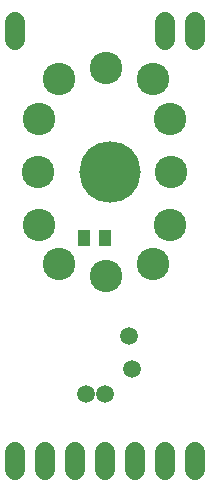
<source format=gbs>
G75*
%MOIN*%
%OFA0B0*%
%FSLAX25Y25*%
%IPPOS*%
%LPD*%
%AMOC8*
5,1,8,0,0,1.08239X$1,22.5*
%
%ADD10C,0.06800*%
%ADD11C,0.10800*%
%ADD12C,0.20485*%
%ADD13C,0.05918*%
%ADD14R,0.03950X0.05524*%
D10*
X0011170Y0006100D02*
X0011170Y0012100D01*
X0021170Y0012100D02*
X0021170Y0006100D01*
X0031170Y0006100D02*
X0031170Y0012100D01*
X0041170Y0012100D02*
X0041170Y0006100D01*
X0051170Y0006100D02*
X0051170Y0012100D01*
X0061170Y0012100D02*
X0061170Y0006100D01*
X0071170Y0006100D02*
X0071170Y0012100D01*
X0071170Y0149407D02*
X0071170Y0155407D01*
X0061170Y0155407D02*
X0061170Y0149407D01*
X0011170Y0149407D02*
X0011170Y0155407D01*
D11*
X0025747Y0136334D03*
X0019123Y0123273D03*
X0018623Y0105557D03*
X0019123Y0087840D03*
X0025747Y0074779D03*
X0041495Y0070842D03*
X0057243Y0074779D03*
X0062617Y0087840D03*
X0063117Y0105557D03*
X0062617Y0123273D03*
X0057243Y0136334D03*
X0041495Y0140271D03*
D12*
X0042745Y0105557D03*
D13*
X0049000Y0050813D03*
X0050200Y0039813D03*
X0041200Y0031413D03*
X0034600Y0031413D03*
D14*
X0034057Y0083413D03*
X0041143Y0083413D03*
M02*

</source>
